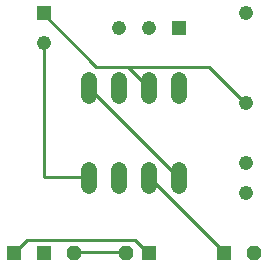
<source format=gbl>
G75*
G70*
%OFA0B0*%
%FSLAX24Y24*%
%IPPOS*%
%LPD*%
%AMOC8*
5,1,8,0,0,1.08239X$1,22.5*
%
%ADD10C,0.0520*%
%ADD11R,0.0476X0.0476*%
%ADD12OC8,0.0476*%
%ADD13C,0.0476*%
%ADD14C,0.0100*%
D10*
X003601Y003341D02*
X003601Y003861D01*
X004601Y003861D02*
X004601Y003341D01*
X005601Y003341D02*
X005601Y003861D01*
X006601Y003861D02*
X006601Y003341D01*
X006601Y006341D02*
X006601Y006861D01*
X005601Y006861D02*
X005601Y006341D01*
X004601Y006341D02*
X004601Y006861D01*
X003601Y006861D02*
X003601Y006341D01*
D11*
X001101Y001101D03*
X002101Y001101D03*
X005601Y001101D03*
X008101Y001101D03*
X006601Y008601D03*
X002101Y009101D03*
D12*
X003101Y001101D03*
X004851Y001101D03*
X009101Y001101D03*
D13*
X008851Y003101D03*
X008851Y004101D03*
X008851Y006101D03*
X005601Y008601D03*
X004601Y008601D03*
X002101Y008101D03*
X008851Y009101D03*
D14*
X007621Y007301D02*
X004901Y007301D01*
X005601Y006601D01*
X004901Y007301D02*
X003861Y007301D01*
X002101Y009061D01*
X002101Y009101D01*
X002101Y008101D02*
X002101Y003621D01*
X003541Y003621D01*
X003601Y003601D01*
X005601Y003601D02*
X005621Y003541D01*
X005701Y003541D01*
X008101Y001141D01*
X008101Y001101D01*
X005601Y001101D02*
X005541Y001141D01*
X005141Y001541D01*
X001541Y001541D01*
X001101Y001101D01*
X003101Y001101D02*
X003141Y001141D01*
X004821Y001141D01*
X004851Y001101D01*
X006601Y003601D02*
X003601Y006601D01*
X007621Y007301D02*
X008821Y006101D01*
X008851Y006101D01*
M02*

</source>
